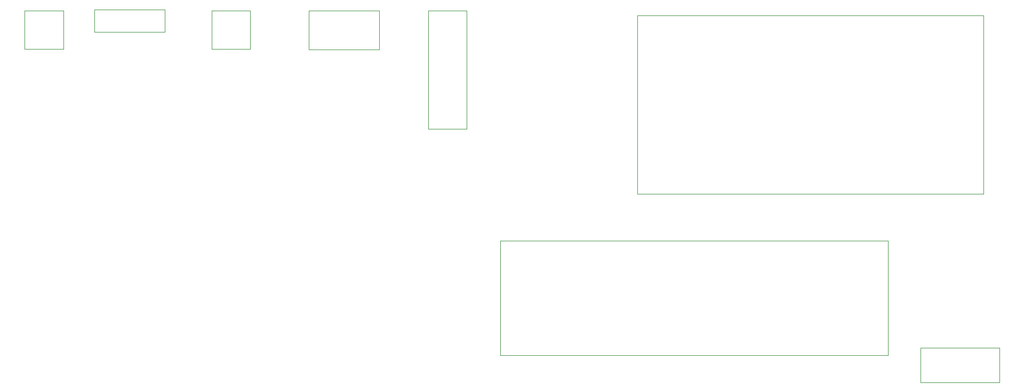
<source format=gbr>
G04 #@! TF.GenerationSoftware,KiCad,Pcbnew,5.1.10-88a1d61d58~88~ubuntu18.04.1*
G04 #@! TF.CreationDate,2021-08-07T15:14:50-07:00*
G04 #@! TF.ProjectId,apple2idiot_new,6170706c-6532-4696-9469-6f745f6e6577,1.1*
G04 #@! TF.SameCoordinates,Original*
G04 #@! TF.FileFunction,Other,User*
%FSLAX46Y46*%
G04 Gerber Fmt 4.6, Leading zero omitted, Abs format (unit mm)*
G04 Created by KiCad (PCBNEW 5.1.10-88a1d61d58~88~ubuntu18.04.1) date 2021-08-07 15:14:50*
%MOMM*%
%LPD*%
G01*
G04 APERTURE LIST*
%ADD10C,0.050000*%
G04 APERTURE END LIST*
D10*
X180800000Y-87300000D02*
X180800000Y-58900000D01*
X180800000Y-58900000D02*
X235700000Y-58900000D01*
X235700000Y-58900000D02*
X235700000Y-87300000D01*
X235700000Y-87300000D02*
X180800000Y-87300000D01*
X159050000Y-112900000D02*
X220550000Y-112900000D01*
X220550000Y-112900000D02*
X220550000Y-94700000D01*
X220550000Y-94700000D02*
X159050000Y-94700000D01*
X159050000Y-94700000D02*
X159050000Y-112900000D01*
X147560000Y-58100000D02*
X153660000Y-58100000D01*
X153660000Y-58100000D02*
X153660000Y-76900000D01*
X153660000Y-76900000D02*
X147560000Y-76900000D01*
X147560000Y-76900000D02*
X147560000Y-58100000D01*
X128600000Y-64300000D02*
X139800000Y-64300000D01*
X139800000Y-64300000D02*
X139800000Y-58150000D01*
X139800000Y-58150000D02*
X128600000Y-58150000D01*
X128600000Y-58150000D02*
X128600000Y-64300000D01*
X113200000Y-58100000D02*
X113200000Y-64250000D01*
X113200000Y-64250000D02*
X119350000Y-64250000D01*
X119350000Y-64250000D02*
X119350000Y-58100000D01*
X119350000Y-58100000D02*
X113200000Y-58100000D01*
X94600000Y-61500000D02*
X94600000Y-57950000D01*
X94600000Y-57950000D02*
X105800000Y-57950000D01*
X105800000Y-57950000D02*
X105800000Y-61500000D01*
X105800000Y-61500000D02*
X94600000Y-61500000D01*
X83500000Y-58100000D02*
X83500000Y-64250000D01*
X83500000Y-64250000D02*
X89650000Y-64250000D01*
X89650000Y-64250000D02*
X89650000Y-58100000D01*
X89650000Y-58100000D02*
X83500000Y-58100000D01*
X225750000Y-111750000D02*
X225750000Y-117250000D01*
X225750000Y-117250000D02*
X238250000Y-117250000D01*
X238250000Y-117250000D02*
X238250000Y-111750000D01*
X238250000Y-111750000D02*
X225750000Y-111750000D01*
M02*

</source>
